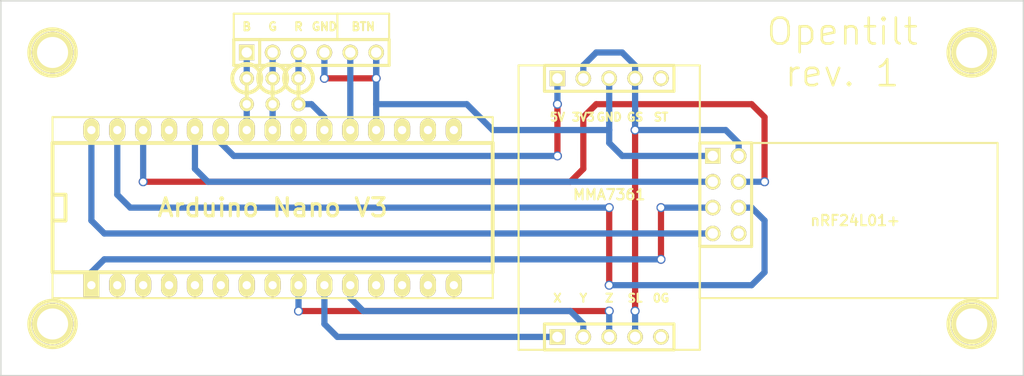
<source format=kicad_pcb>
(kicad_pcb (version 3) (host pcbnew "(2013-jul-07)-stable")

  (general
    (links 24)
    (no_connects 1)
    (area 41.834999 41.834999 142.315001 78.815001)
    (thickness 1.6)
    (drawings 41)
    (tracks 91)
    (zones 0)
    (modules 12)
    (nets 19)
  )

  (page A3)
  (title_block 
    (title OpenTilt)
    (rev 1)
  )

  (layers
    (15 F.Cu signal)
    (0 B.Cu signal)
    (16 B.Adhes user)
    (17 F.Adhes user)
    (18 B.Paste user)
    (19 F.Paste user)
    (20 B.SilkS user)
    (21 F.SilkS user)
    (22 B.Mask user)
    (23 F.Mask user)
    (24 Dwgs.User user)
    (25 Cmts.User user)
    (26 Eco1.User user)
    (27 Eco2.User user)
    (28 Edge.Cuts user)
  )

  (setup
    (last_trace_width 0.6096)
    (trace_clearance 0.254)
    (zone_clearance 0.508)
    (zone_45_only no)
    (trace_min 0.6096)
    (segment_width 0.2)
    (edge_width 0.15)
    (via_size 0.889)
    (via_drill 0.635)
    (via_min_size 0.889)
    (via_min_drill 0.508)
    (uvia_size 0.508)
    (uvia_drill 0.127)
    (uvias_allowed no)
    (uvia_min_size 0.508)
    (uvia_min_drill 0.127)
    (pcb_text_width 0.2)
    (pcb_text_size 1 1)
    (mod_edge_width 0.15)
    (mod_text_size 1 1)
    (mod_text_width 0.15)
    (pad_size 4.064 4.064)
    (pad_drill 3.048)
    (pad_to_mask_clearance 0)
    (aux_axis_origin 0 0)
    (visible_elements FFFFFBBF)
    (pcbplotparams
      (layerselection 283148289)
      (usegerberextensions true)
      (excludeedgelayer false)
      (linewidth 0.150000)
      (plotframeref false)
      (viasonmask false)
      (mode 1)
      (useauxorigin false)
      (hpglpennumber 1)
      (hpglpenspeed 20)
      (hpglpendiameter 15)
      (hpglpenoverlay 2)
      (psnegative false)
      (psa4output false)
      (plotreference true)
      (plotvalue true)
      (plotothertext true)
      (plotinvisibletext false)
      (padsonsilk false)
      (subtractmaskfromsilk false)
      (outputformat 1)
      (mirror false)
      (drillshape 0)
      (scaleselection 1)
      (outputdirectory testje))
  )

  (net 0 "")
  (net 1 GND)
  (net 2 N-000001)
  (net 3 N-0000013)
  (net 4 N-0000014)
  (net 5 N-0000015)
  (net 6 N-0000016)
  (net 7 N-0000017)
  (net 8 N-0000018)
  (net 9 N-0000019)
  (net 10 N-000002)
  (net 11 N-0000023)
  (net 12 N-000003)
  (net 13 N-000004)
  (net 14 N-000005)
  (net 15 N-000006)
  (net 16 N-000007)
  (net 17 N-000008)
  (net 18 N-000009)

  (net_class Default "This is the default net class."
    (clearance 0.254)
    (trace_width 0.6096)
    (via_dia 0.889)
    (via_drill 0.635)
    (uvia_dia 0.508)
    (uvia_drill 0.127)
    (add_net "")
    (add_net GND)
    (add_net N-000001)
    (add_net N-0000013)
    (add_net N-0000014)
    (add_net N-0000015)
    (add_net N-0000016)
    (add_net N-0000017)
    (add_net N-0000018)
    (add_net N-0000019)
    (add_net N-000002)
    (add_net N-0000023)
    (add_net N-000003)
    (add_net N-000004)
    (add_net N-000005)
    (add_net N-000006)
    (add_net N-000007)
    (add_net N-000008)
    (add_net N-000009)
  )

  (module R1 (layer F.Cu) (tedit 523F6B86) (tstamp 523E42A7)
    (at 66.04 50.8 270)
    (descr "Resistance verticale")
    (tags R)
    (path /523228F2)
    (autoplace_cost90 10)
    (autoplace_cost180 10)
    (fp_text reference B (at 1.27 1.27 360) (layer F.SilkS) hide
      (effects (font (size 1 1) (thickness 0.2)))
    )
    (fp_text value R (at -1.143 2.54 270) (layer F.SilkS) hide
      (effects (font (size 1.397 1.27) (thickness 0.2032)))
    )
    (fp_line (start -1.27 0) (end 1.27 0) (layer F.SilkS) (width 0.381))
    (fp_circle (center -1.27 0) (end -0.635 1.27) (layer F.SilkS) (width 0.381))
    (pad 1 thru_hole circle (at -1.27 0 270) (size 1.397 1.397) (drill 0.8128)
      (layers *.Cu *.Mask F.SilkS)
      (net 5 N-0000015)
    )
    (pad 2 thru_hole circle (at 1.27 0 270) (size 1.397 1.397) (drill 0.8128)
      (layers *.Cu *.Mask F.SilkS)
      (net 7 N-0000017)
    )
    (model discret/verti_resistor.wrl
      (at (xyz 0 0 0))
      (scale (xyz 1 1 1))
      (rotate (xyz 0 0 0))
    )
  )

  (module R1 (layer F.Cu) (tedit 523F6BB6) (tstamp 523E3A88)
    (at 68.58 50.8 270)
    (descr "Resistance verticale")
    (tags R)
    (path /52322904)
    (autoplace_cost90 10)
    (autoplace_cost180 10)
    (fp_text reference G (at 1.27 1.27 360) (layer F.SilkS) hide
      (effects (font (size 1 1) (thickness 0.2)))
    )
    (fp_text value 150 (at -1.143 2.54 270) (layer F.SilkS) hide
      (effects (font (size 1.397 1.27) (thickness 0.2032)))
    )
    (fp_line (start -1.27 0) (end 1.27 0) (layer F.SilkS) (width 0.381))
    (fp_circle (center -1.27 0) (end -0.635 1.27) (layer F.SilkS) (width 0.381))
    (pad 1 thru_hole circle (at -1.27 0 270) (size 1.397 1.397) (drill 0.8128)
      (layers *.Cu *.Mask F.SilkS)
      (net 6 N-0000016)
    )
    (pad 2 thru_hole circle (at 1.27 0 270) (size 1.397 1.397) (drill 0.8128)
      (layers *.Cu *.Mask F.SilkS)
      (net 8 N-0000018)
    )
    (model discret/verti_resistor.wrl
      (at (xyz 0 0 0))
      (scale (xyz 1 1 1))
      (rotate (xyz 0 0 0))
    )
  )

  (module R1 (layer F.Cu) (tedit 523F6B97) (tstamp 523E3A90)
    (at 71.12 50.8 270)
    (descr "Resistance verticale")
    (tags R)
    (path /5232290A)
    (autoplace_cost90 10)
    (autoplace_cost180 10)
    (fp_text reference R (at 1.27 1.27 360) (layer F.SilkS) hide
      (effects (font (size 1 1) (thickness 0.2)))
    )
    (fp_text value R (at -1.143 2.54 270) (layer F.SilkS) hide
      (effects (font (size 1.397 1.27) (thickness 0.2032)))
    )
    (fp_line (start -1.27 0) (end 1.27 0) (layer F.SilkS) (width 0.381))
    (fp_circle (center -1.27 0) (end -0.635 1.27) (layer F.SilkS) (width 0.381))
    (pad 1 thru_hole circle (at -1.27 0 270) (size 1.397 1.397) (drill 0.8128)
      (layers *.Cu *.Mask F.SilkS)
      (net 3 N-0000013)
    )
    (pad 2 thru_hole circle (at 1.27 0 270) (size 1.397 1.397) (drill 0.8128)
      (layers *.Cu *.Mask F.SilkS)
      (net 9 N-0000019)
    )
    (model discret/verti_resistor.wrl
      (at (xyz 0 0 0))
      (scale (xyz 1 1 1))
      (rotate (xyz 0 0 0))
    )
  )

  (module PIN_ARRAY_5x1 (layer F.Cu) (tedit 523F680C) (tstamp 523E3A9D)
    (at 101.6 49.53)
    (descr "Double rangee de contacts 2 x 5 pins")
    (tags CONN)
    (path /5232223B)
    (fp_text reference MMA7361 (at 0 11.43) (layer F.SilkS)
      (effects (font (size 1.016 1.016) (thickness 0.2032)))
    )
    (fp_text value MMA1 (at 0 2.54) (layer F.SilkS) hide
      (effects (font (size 1.016 1.016) (thickness 0.2032)))
    )
    (fp_line (start -6.35 -1.27) (end -6.35 1.27) (layer F.SilkS) (width 0.3048))
    (fp_line (start 6.35 1.27) (end 6.35 -1.27) (layer F.SilkS) (width 0.3048))
    (fp_line (start -6.35 -1.27) (end 6.35 -1.27) (layer F.SilkS) (width 0.3048))
    (fp_line (start 6.35 1.27) (end -6.35 1.27) (layer F.SilkS) (width 0.3048))
    (pad 1 thru_hole rect (at -5.08 0) (size 1.524 1.524) (drill 1.016)
      (layers *.Cu *.Mask F.SilkS)
      (net 4 N-0000014)
    )
    (pad 2 thru_hole circle (at -2.54 0) (size 1.524 1.524) (drill 1.016)
      (layers *.Cu *.Mask F.SilkS)
      (net 11 N-0000023)
    )
    (pad 3 thru_hole circle (at 0 0) (size 1.524 1.524) (drill 1.016)
      (layers *.Cu *.Mask F.SilkS)
      (net 1 GND)
    )
    (pad 4 thru_hole circle (at 2.54 0) (size 1.524 1.524) (drill 1.016)
      (layers *.Cu *.Mask F.SilkS)
      (net 11 N-0000023)
    )
    (pad 5 thru_hole circle (at 5.08 0) (size 1.524 1.524) (drill 1.016)
      (layers *.Cu *.Mask F.SilkS)
    )
    (model pin_array/pins_array_5x1.wrl
      (at (xyz 0 0 0))
      (scale (xyz 1 1 1))
      (rotate (xyz 0 0 0))
    )
  )

  (module PIN_ARRAY_5x1 (layer F.Cu) (tedit 523E433C) (tstamp 523E3AAA)
    (at 101.6 74.93)
    (descr "Double rangee de contacts 2 x 5 pins")
    (tags CONN)
    (path /5232224A)
    (fp_text reference P2 (at 0 -2.54) (layer F.SilkS) hide
      (effects (font (size 1.016 1.016) (thickness 0.2032)))
    )
    (fp_text value MMA2 (at 0 2.54) (layer F.SilkS) hide
      (effects (font (size 1.016 1.016) (thickness 0.2032)))
    )
    (fp_line (start -6.35 -1.27) (end -6.35 1.27) (layer F.SilkS) (width 0.3048))
    (fp_line (start 6.35 1.27) (end 6.35 -1.27) (layer F.SilkS) (width 0.3048))
    (fp_line (start -6.35 -1.27) (end 6.35 -1.27) (layer F.SilkS) (width 0.3048))
    (fp_line (start 6.35 1.27) (end -6.35 1.27) (layer F.SilkS) (width 0.3048))
    (pad 1 thru_hole rect (at -5.08 0) (size 1.524 1.524) (drill 1.016)
      (layers *.Cu *.Mask F.SilkS)
      (net 17 N-000008)
    )
    (pad 2 thru_hole circle (at -2.54 0) (size 1.524 1.524) (drill 1.016)
      (layers *.Cu *.Mask F.SilkS)
      (net 15 N-000006)
    )
    (pad 3 thru_hole circle (at 0 0) (size 1.524 1.524) (drill 1.016)
      (layers *.Cu *.Mask F.SilkS)
      (net 16 N-000007)
    )
    (pad 4 thru_hole circle (at 2.54 0) (size 1.524 1.524) (drill 1.016)
      (layers *.Cu *.Mask F.SilkS)
      (net 11 N-0000023)
    )
    (pad 5 thru_hole circle (at 5.08 0) (size 1.524 1.524) (drill 1.016)
      (layers *.Cu *.Mask F.SilkS)
    )
    (model pin_array/pins_array_5x1.wrl
      (at (xyz 0 0 0))
      (scale (xyz 1 1 1))
      (rotate (xyz 0 0 0))
    )
  )

  (module pin_array_4x2 (layer F.Cu) (tedit 523F6BCA) (tstamp 523E3ABA)
    (at 113.03 60.96 270)
    (descr "Double rangee de contacts 2 x 4 pins")
    (tags CONN)
    (path /52322259)
    (fp_text reference nRF24L01+ (at 2.54 -12.7 360) (layer F.SilkS)
      (effects (font (size 1.016 1.016) (thickness 0.2032)))
    )
    (fp_text value CONN_4X2 (at 0 3.81 270) (layer F.SilkS) hide
      (effects (font (size 1.016 1.016) (thickness 0.2032)))
    )
    (fp_line (start -5.08 -2.54) (end 5.08 -2.54) (layer F.SilkS) (width 0.3048))
    (fp_line (start 5.08 -2.54) (end 5.08 2.54) (layer F.SilkS) (width 0.3048))
    (fp_line (start 5.08 2.54) (end -5.08 2.54) (layer F.SilkS) (width 0.3048))
    (fp_line (start -5.08 2.54) (end -5.08 -2.54) (layer F.SilkS) (width 0.3048))
    (pad 1 thru_hole rect (at -3.81 1.27 270) (size 1.524 1.524) (drill 1.016)
      (layers *.Cu *.Mask F.SilkS)
      (net 1 GND)
    )
    (pad 2 thru_hole circle (at -3.81 -1.27 270) (size 1.524 1.524) (drill 1.016)
      (layers *.Cu *.Mask F.SilkS)
      (net 11 N-0000023)
    )
    (pad 3 thru_hole circle (at -1.27 1.27 270) (size 1.524 1.524) (drill 1.016)
      (layers *.Cu *.Mask F.SilkS)
      (net 2 N-000001)
    )
    (pad 4 thru_hole circle (at -1.27 -1.27 270) (size 1.524 1.524) (drill 1.016)
      (layers *.Cu *.Mask F.SilkS)
      (net 10 N-000002)
    )
    (pad 5 thru_hole circle (at 1.27 1.27 270) (size 1.524 1.524) (drill 1.016)
      (layers *.Cu *.Mask F.SilkS)
      (net 12 N-000003)
    )
    (pad 6 thru_hole circle (at 1.27 -1.27 270) (size 1.524 1.524) (drill 1.016)
      (layers *.Cu *.Mask F.SilkS)
      (net 13 N-000004)
    )
    (pad 7 thru_hole circle (at 3.81 1.27 270) (size 1.524 1.524) (drill 1.016)
      (layers *.Cu *.Mask F.SilkS)
      (net 14 N-000005)
    )
    (pad 8 thru_hole circle (at 3.81 -1.27 270) (size 1.524 1.524) (drill 1.016)
      (layers *.Cu *.Mask F.SilkS)
    )
    (model pin_array/pins_array_4x2.wrl
      (at (xyz 0 0 0))
      (scale (xyz 1 1 1))
      (rotate (xyz 0 0 0))
    )
  )

  (module PIN_ARRAY-6X1 (layer F.Cu) (tedit 523E42BC) (tstamp 523E3AC9)
    (at 72.39 46.99)
    (descr "Connecteur 6 pins")
    (tags "CONN DEV")
    (path /5232286D)
    (fp_text reference P3 (at 0 -2.159) (layer F.SilkS) hide
      (effects (font (size 1.016 1.016) (thickness 0.2032)))
    )
    (fp_text value CONN_6 (at 0 2.159) (layer F.SilkS) hide
      (effects (font (size 1.016 0.889) (thickness 0.2032)))
    )
    (fp_line (start -7.62 1.27) (end -7.62 -1.27) (layer F.SilkS) (width 0.3048))
    (fp_line (start -7.62 -1.27) (end 7.62 -1.27) (layer F.SilkS) (width 0.3048))
    (fp_line (start 7.62 -1.27) (end 7.62 1.27) (layer F.SilkS) (width 0.3048))
    (fp_line (start 7.62 1.27) (end -7.62 1.27) (layer F.SilkS) (width 0.3048))
    (fp_line (start -5.08 1.27) (end -5.08 -1.27) (layer F.SilkS) (width 0.3048))
    (pad 1 thru_hole rect (at -6.35 0) (size 1.524 1.524) (drill 1.016)
      (layers *.Cu *.Mask F.SilkS)
      (net 5 N-0000015)
    )
    (pad 2 thru_hole circle (at -3.81 0) (size 1.524 1.524) (drill 1.016)
      (layers *.Cu *.Mask F.SilkS)
      (net 6 N-0000016)
    )
    (pad 3 thru_hole circle (at -1.27 0) (size 1.524 1.524) (drill 1.016)
      (layers *.Cu *.Mask F.SilkS)
      (net 3 N-0000013)
    )
    (pad 4 thru_hole circle (at 1.27 0) (size 1.524 1.524) (drill 1.016)
      (layers *.Cu *.Mask F.SilkS)
      (net 1 GND)
    )
    (pad 5 thru_hole circle (at 3.81 0) (size 1.524 1.524) (drill 1.016)
      (layers *.Cu *.Mask F.SilkS)
      (net 18 N-000009)
    )
    (pad 6 thru_hole circle (at 6.35 0) (size 1.524 1.524) (drill 1.016)
      (layers *.Cu *.Mask F.SilkS)
      (net 1 GND)
    )
    (model pin_array/pins_array_6x1.wrl
      (at (xyz 0 0 0))
      (scale (xyz 1 1 1))
      (rotate (xyz 0 0 0))
    )
  )

  (module arduino_mini (layer F.Cu) (tedit 523F6BDF) (tstamp 523E3AF2)
    (at 69.85 62.23)
    (descr "30 pins DIL package, elliptical pads, width 600mil (arduino mini)")
    (tags "DIL arduino mini")
    (path /523221F1)
    (fp_text reference "" (at -13.97 -3.81) (layer F.SilkS)
      (effects (font (size 1.778 1.778) (thickness 0.3048)))
    )
    (fp_text value "Arduino Nano V3" (at -1.27 0) (layer F.SilkS)
      (effects (font (size 1.778 1.778) (thickness 0.3048)))
    )
    (fp_line (start -22.86 -6.35) (end 20.32 -6.35) (layer F.SilkS) (width 0.381))
    (fp_line (start 20.32 -6.35) (end 20.32 6.35) (layer F.SilkS) (width 0.381))
    (fp_line (start 20.32 6.35) (end -22.86 6.35) (layer F.SilkS) (width 0.381))
    (fp_line (start -22.86 6.35) (end -22.86 -6.35) (layer F.SilkS) (width 0.381))
    (fp_line (start -22.86 1.27) (end -21.59 1.27) (layer F.SilkS) (width 0.381))
    (fp_line (start -21.59 1.27) (end -21.59 -1.27) (layer F.SilkS) (width 0.381))
    (fp_line (start -21.59 -1.27) (end -22.86 -1.27) (layer F.SilkS) (width 0.381))
    (pad 1 thru_hole rect (at -19.05 7.62) (size 1.5748 2.286) (drill 0.8128)
      (layers *.Cu *.Mask F.SilkS)
      (net 12 N-000003)
    )
    (pad 2 thru_hole oval (at -16.51 7.62) (size 1.5748 2.286) (drill 0.8128)
      (layers *.Cu *.Mask F.SilkS)
    )
    (pad 3 thru_hole oval (at -13.97 7.62) (size 1.5748 2.286) (drill 0.8128)
      (layers *.Cu *.Mask F.SilkS)
    )
    (pad 4 thru_hole oval (at -11.43 7.62) (size 1.5748 2.286) (drill 0.8128)
      (layers *.Cu *.Mask F.SilkS)
    )
    (pad 5 thru_hole oval (at -8.89 7.62) (size 1.5748 2.286) (drill 0.8128)
      (layers *.Cu *.Mask F.SilkS)
    )
    (pad 6 thru_hole oval (at -6.35 7.62) (size 1.5748 2.286) (drill 0.8128)
      (layers *.Cu *.Mask F.SilkS)
    )
    (pad 7 thru_hole oval (at -3.81 7.62) (size 1.5748 2.286) (drill 0.8128)
      (layers *.Cu *.Mask F.SilkS)
    )
    (pad 8 thru_hole oval (at -1.27 7.62) (size 1.5748 2.286) (drill 0.8128)
      (layers *.Cu *.Mask F.SilkS)
    )
    (pad 9 thru_hole oval (at 1.27 7.62) (size 1.5748 2.286) (drill 0.8128)
      (layers *.Cu *.Mask F.SilkS)
      (net 16 N-000007)
    )
    (pad 10 thru_hole oval (at 3.81 7.62) (size 1.5748 2.286) (drill 0.8128)
      (layers *.Cu *.Mask F.SilkS)
      (net 17 N-000008)
    )
    (pad 11 thru_hole oval (at 6.35 7.62) (size 1.5748 2.286) (drill 0.8128)
      (layers *.Cu *.Mask F.SilkS)
      (net 15 N-000006)
    )
    (pad 12 thru_hole oval (at 8.89 7.62) (size 1.5748 2.286) (drill 0.8128)
      (layers *.Cu *.Mask F.SilkS)
    )
    (pad 13 thru_hole oval (at 11.43 7.62) (size 1.5748 2.286) (drill 0.8128)
      (layers *.Cu *.Mask F.SilkS)
    )
    (pad 14 thru_hole oval (at 13.97 7.62) (size 1.5748 2.286) (drill 0.8128)
      (layers *.Cu *.Mask F.SilkS)
      (net 1 GND)
    )
    (pad 15 thru_hole oval (at 16.51 7.62) (size 1.5748 2.286) (drill 0.8128)
      (layers *.Cu *.Mask F.SilkS)
    )
    (pad 16 thru_hole oval (at 16.51 -7.62) (size 1.5748 2.286) (drill 0.8128)
      (layers *.Cu *.Mask F.SilkS)
    )
    (pad 17 thru_hole oval (at 13.97 -7.62) (size 1.5748 2.286) (drill 0.8128)
      (layers *.Cu *.Mask F.SilkS)
    )
    (pad 18 thru_hole oval (at 11.43 -7.62) (size 1.5748 2.286) (drill 0.8128)
      (layers *.Cu *.Mask F.SilkS)
    )
    (pad 19 thru_hole oval (at 8.89 -7.62) (size 1.5748 2.286) (drill 0.8128)
      (layers *.Cu *.Mask F.SilkS)
      (net 1 GND)
    )
    (pad 20 thru_hole oval (at 6.35 -7.62) (size 1.5748 2.286) (drill 0.8128)
      (layers *.Cu *.Mask F.SilkS)
      (net 18 N-000009)
    )
    (pad 21 thru_hole oval (at 3.81 -7.62) (size 1.5748 2.286) (drill 0.8128)
      (layers *.Cu *.Mask F.SilkS)
      (net 9 N-0000019)
    )
    (pad 22 thru_hole oval (at 1.27 -7.62) (size 1.5748 2.286) (drill 0.8128)
      (layers *.Cu *.Mask F.SilkS)
    )
    (pad 23 thru_hole oval (at -1.27 -7.62) (size 1.5748 2.286) (drill 0.8128)
      (layers *.Cu *.Mask F.SilkS)
      (net 8 N-0000018)
    )
    (pad 24 thru_hole oval (at -3.81 -7.62) (size 1.5748 2.286) (drill 0.8128)
      (layers *.Cu *.Mask F.SilkS)
      (net 7 N-0000017)
    )
    (pad 25 thru_hole oval (at -6.35 -7.62) (size 1.5748 2.286) (drill 0.8128)
      (layers *.Cu *.Mask F.SilkS)
      (net 4 N-0000014)
    )
    (pad 26 thru_hole oval (at -8.89 -7.62) (size 1.5748 2.286) (drill 0.8128)
      (layers *.Cu *.Mask F.SilkS)
      (net 2 N-000001)
    )
    (pad 27 thru_hole oval (at -11.43 -7.62) (size 1.5748 2.286) (drill 0.8128)
      (layers *.Cu *.Mask F.SilkS)
    )
    (pad 28 thru_hole oval (at -13.97 -7.62) (size 1.5748 2.286) (drill 0.8128)
      (layers *.Cu *.Mask F.SilkS)
      (net 10 N-000002)
    )
    (pad 29 thru_hole oval (at -16.51 -7.62) (size 1.5748 2.286) (drill 0.8128)
      (layers *.Cu *.Mask F.SilkS)
      (net 13 N-000004)
    )
    (pad 30 thru_hole oval (at -19.05 -7.62) (size 1.5748 2.286) (drill 0.8128)
      (layers *.Cu *.Mask F.SilkS)
      (net 14 N-000005)
    )
  )

  (module 1pin (layer F.Cu) (tedit 523F6581) (tstamp 523F8956)
    (at 137.16 73.66)
    (descr "module 1 pin (ou trou mecanique de percage)")
    (tags DEV)
    (path 1pin)
    (fp_text reference 1PIN (at 0 -3.048) (layer F.SilkS) hide
      (effects (font (size 1.016 1.016) (thickness 0.254)))
    )
    (fp_text value P*** (at 0 2.794) (layer F.SilkS) hide
      (effects (font (size 1.016 1.016) (thickness 0.254)))
    )
    (fp_circle (center 0 0) (end 0 -2.286) (layer F.SilkS) (width 0.381))
    (pad 1 thru_hole circle (at 0 0) (size 4.064 4.064) (drill 3.048)
      (layers *.Cu *.Mask F.SilkS)
    )
  )

  (module 1pin (layer F.Cu) (tedit 523F6572) (tstamp 523F8961)
    (at 46.99 46.99)
    (descr "module 1 pin (ou trou mecanique de percage)")
    (tags DEV)
    (path 1pin)
    (fp_text reference 1PIN (at 0 -3.048) (layer F.SilkS) hide
      (effects (font (size 1.016 1.016) (thickness 0.254)))
    )
    (fp_text value P*** (at 0 2.794) (layer F.SilkS) hide
      (effects (font (size 1.016 1.016) (thickness 0.254)))
    )
    (fp_circle (center 0 0) (end 0 -2.286) (layer F.SilkS) (width 0.381))
    (pad 1 thru_hole circle (at 0 0) (size 4.064 4.064) (drill 3.048)
      (layers *.Cu *.Mask F.SilkS)
    )
  )

  (module 1pin (layer F.Cu) (tedit 523F657C) (tstamp 523F896C)
    (at 46.99 73.66)
    (descr "module 1 pin (ou trou mecanique de percage)")
    (tags DEV)
    (path 1pin)
    (fp_text reference 1PIN (at 0 -3.048) (layer F.SilkS) hide
      (effects (font (size 1.016 1.016) (thickness 0.254)))
    )
    (fp_text value P*** (at 0 2.794) (layer F.SilkS) hide
      (effects (font (size 1.016 1.016) (thickness 0.254)))
    )
    (fp_circle (center 0 0) (end 0 -2.286) (layer F.SilkS) (width 0.381))
    (pad 1 thru_hole circle (at 0 0) (size 4.064 4.064) (drill 3.048)
      (layers *.Cu *.Mask F.SilkS)
    )
  )

  (module 1pin (layer F.Cu) (tedit 52429489) (tstamp 52429466)
    (at 137.16 46.99)
    (descr "module 1 pin (ou trou mecanique de percage)")
    (tags DEV)
    (path 1pin)
    (fp_text reference 1PIN (at 0 -3.048) (layer F.SilkS) hide
      (effects (font (size 1.016 1.016) (thickness 0.254)))
    )
    (fp_text value P*** (at 0 2.794) (layer F.SilkS) hide
      (effects (font (size 1.016 1.016) (thickness 0.254)))
    )
    (fp_circle (center 0 0) (end 0 -2.286) (layer F.SilkS) (width 0.381))
    (pad 1 thru_hole circle (at 0 0) (size 4.064 4.064) (drill 3.048)
      (layers *.Cu *.Mask F.SilkS)
    )
  )

  (gr_line (start 46.99 53.34) (end 46.99 71.12) (angle 90) (layer F.SilkS) (width 0.2))
  (gr_line (start 90.17 53.34) (end 46.99 53.34) (angle 90) (layer F.SilkS) (width 0.2))
  (gr_line (start 90.17 71.12) (end 90.17 53.34) (angle 90) (layer F.SilkS) (width 0.2))
  (gr_line (start 46.99 71.12) (end 90.17 71.12) (angle 90) (layer F.SilkS) (width 0.2))
  (gr_text GND (at 73.66 44.45) (layer F.SilkS)
    (effects (font (size 0.8 0.8) (thickness 0.2)))
  )
  (gr_text R (at 71.12 44.45) (layer F.SilkS)
    (effects (font (size 0.8 0.8) (thickness 0.2)))
  )
  (gr_text G (at 68.58 44.45) (layer F.SilkS)
    (effects (font (size 0.8 0.8) (thickness 0.2)))
  )
  (gr_text B (at 66.04 44.45) (layer F.SilkS)
    (effects (font (size 0.8 0.8) (thickness 0.2)))
  )
  (gr_text BTN (at 77.47 44.45) (layer F.SilkS)
    (effects (font (size 0.8 0.8) (thickness 0.2)))
  )
  (gr_text 0G (at 106.68 71.12) (layer F.SilkS)
    (effects (font (size 0.8 0.8) (thickness 0.2)))
  )
  (gr_text SL (at 104.14 71.12) (layer F.SilkS)
    (effects (font (size 0.8 0.8) (thickness 0.2)))
  )
  (gr_text Z (at 101.6 71.12) (layer F.SilkS)
    (effects (font (size 0.8 0.8) (thickness 0.2)))
  )
  (gr_text Y (at 99.06 71.12) (layer F.SilkS)
    (effects (font (size 0.8 0.8) (thickness 0.2)))
  )
  (gr_text X (at 96.52 71.12) (layer F.SilkS)
    (effects (font (size 0.8 0.8) (thickness 0.2)))
  )
  (gr_text ST (at 106.68 53.34) (layer F.SilkS)
    (effects (font (size 0.8 0.8) (thickness 0.2)))
  )
  (gr_text GS (at 104.14 53.34) (layer F.SilkS)
    (effects (font (size 0.8 0.8) (thickness 0.2)))
  )
  (gr_text GND (at 101.6 53.34) (layer F.SilkS)
    (effects (font (size 0.8 0.8) (thickness 0.2)))
  )
  (gr_text 3V3 (at 99.06 53.34) (layer F.SilkS)
    (effects (font (size 0.8 0.8) (thickness 0.2)))
  )
  (gr_text 5V (at 96.52 53.34) (layer F.SilkS)
    (effects (font (size 0.8 0.8) (thickness 0.2)))
  )
  (gr_line (start 64.77 43.18) (end 64.77 45.72) (angle 90) (layer F.SilkS) (width 0.2))
  (gr_line (start 74.93 43.18) (end 64.77 43.18) (angle 90) (layer F.SilkS) (width 0.2))
  (gr_line (start 80.01 43.18) (end 80.01 45.72) (angle 90) (layer F.SilkS) (width 0.2))
  (gr_line (start 74.93 43.18) (end 80.01 43.18) (angle 90) (layer F.SilkS) (width 0.2))
  (gr_line (start 74.93 45.72) (end 74.93 43.18) (angle 90) (layer F.SilkS) (width 0.2))
  (gr_line (start 142.24 41.91) (end 132.08 41.91) (angle 90) (layer Edge.Cuts) (width 0.15))
  (gr_line (start 132.08 78.74) (end 142.24 78.74) (angle 90) (layer Edge.Cuts) (width 0.15))
  (gr_line (start 110.49 55.88) (end 110.49 71.12) (angle 90) (layer F.SilkS) (width 0.2))
  (gr_line (start 139.7 55.88) (end 110.49 55.88) (angle 90) (layer F.SilkS) (width 0.2))
  (gr_line (start 139.7 71.12) (end 139.7 55.88) (angle 90) (layer F.SilkS) (width 0.2))
  (gr_line (start 110.49 71.12) (end 139.7 71.12) (angle 90) (layer F.SilkS) (width 0.2))
  (gr_line (start 110.49 55.88) (end 110.49 71.12) (angle 90) (layer F.SilkS) (width 0.2))
  (gr_line (start 92.71 76.2) (end 92.71 48.26) (angle 90) (layer F.SilkS) (width 0.2))
  (gr_line (start 110.49 76.2) (end 92.71 76.2) (angle 90) (layer F.SilkS) (width 0.2))
  (gr_line (start 110.49 48.26) (end 110.49 76.2) (angle 90) (layer F.SilkS) (width 0.2))
  (gr_line (start 92.71 48.26) (end 110.49 48.26) (angle 90) (layer F.SilkS) (width 0.2))
  (gr_line (start 41.91 41.91) (end 132.08 41.91) (angle 90) (layer Edge.Cuts) (width 0.15))
  (gr_line (start 41.91 43.18) (end 41.91 41.91) (angle 90) (layer Edge.Cuts) (width 0.15))
  (gr_line (start 41.91 78.74) (end 41.91 43.18) (angle 90) (layer Edge.Cuts) (width 0.15))
  (gr_line (start 132.08 78.74) (end 41.91 78.74) (angle 90) (layer Edge.Cuts) (width 0.15))
  (gr_line (start 142.24 41.91) (end 142.24 78.74) (angle 90) (layer Edge.Cuts) (width 0.15))
  (gr_text "Opentilt\nrev. 1" (at 124.46 46.99) (layer F.SilkS)
    (effects (font (size 2.54 2.54) (thickness 0.254)))
  )

  (segment (start 102.87 57.15) (end 111.76 57.15) (width 0.6096) (layer B.Cu) (net 1) (tstamp 523E3F3D) (status 20))
  (segment (start 101.6 55.88) (end 102.87 57.15) (width 0.6096) (layer B.Cu) (net 1) (tstamp 523E3F3C))
  (segment (start 101.6 54.61) (end 101.6 55.88) (width 0.6096) (layer B.Cu) (net 1))
  (segment (start 101.6 54.61) (end 101.6 49.53) (width 0.6096) (layer B.Cu) (net 1) (tstamp 523E3EB1) (status 20))
  (segment (start 78.74 52.07) (end 87.63 52.07) (width 0.6096) (layer B.Cu) (net 1))
  (segment (start 90.17 54.61) (end 101.6 54.61) (width 0.6096) (layer B.Cu) (net 1) (tstamp 523E3EAE))
  (segment (start 87.63 52.07) (end 90.17 54.61) (width 0.6096) (layer B.Cu) (net 1) (tstamp 523E3EAB))
  (segment (start 73.66 46.99) (end 73.66 49.53) (width 0.6096) (layer B.Cu) (net 1) (status 10))
  (segment (start 78.74 49.53) (end 78.74 46.99) (width 0.6096) (layer B.Cu) (net 1) (tstamp 523E3E1F) (status 20))
  (via (at 78.74 49.53) (size 0.889) (layers F.Cu B.Cu) (net 1))
  (segment (start 73.66 49.53) (end 78.74 49.53) (width 0.6096) (layer F.Cu) (net 1) (tstamp 523E3E1C))
  (via (at 73.66 49.53) (size 0.889) (layers F.Cu B.Cu) (net 1))
  (segment (start 78.74 46.99) (end 78.74 52.07) (width 0.6096) (layer B.Cu) (net 1) (status 10))
  (segment (start 78.74 52.07) (end 78.74 54.61) (width 0.6096) (layer B.Cu) (net 1) (tstamp 523E3EA9) (status 20))
  (segment (start 60.96 54.61) (end 60.96 58.42) (width 0.6096) (layer B.Cu) (net 2) (status 10))
  (segment (start 62.23 59.69) (end 111.76 59.69) (width 0.6096) (layer B.Cu) (net 2) (tstamp 523E4145) (status 20))
  (segment (start 60.96 58.42) (end 62.23 59.69) (width 0.6096) (layer B.Cu) (net 2) (tstamp 523E413F))
  (segment (start 71.12 49.53) (end 71.12 46.99) (width 0.6096) (layer B.Cu) (net 3) (status 30))
  (segment (start 63.5 54.61) (end 63.5 55.88) (width 0.6096) (layer B.Cu) (net 4) (status 10))
  (segment (start 96.52 52.07) (end 96.52 49.53) (width 0.6096) (layer B.Cu) (net 4) (tstamp 523E416B) (status 20))
  (via (at 96.52 52.07) (size 0.889) (layers F.Cu B.Cu) (net 4))
  (segment (start 96.52 57.15) (end 96.52 52.07) (width 0.6096) (layer F.Cu) (net 4) (tstamp 523E4168))
  (via (at 96.52 57.15) (size 0.889) (layers F.Cu B.Cu) (net 4))
  (segment (start 64.77 57.15) (end 96.52 57.15) (width 0.6096) (layer B.Cu) (net 4) (tstamp 523E415F))
  (segment (start 63.5 55.88) (end 64.77 57.15) (width 0.6096) (layer B.Cu) (net 4) (tstamp 523E415E))
  (segment (start 66.04 49.53) (end 66.04 46.99) (width 0.6096) (layer B.Cu) (net 5) (status 30))
  (segment (start 68.58 46.99) (end 68.58 49.53) (width 0.6096) (layer B.Cu) (net 6) (status 30))
  (segment (start 66.04 52.07) (end 66.04 54.61) (width 0.6096) (layer B.Cu) (net 7) (status 30))
  (segment (start 68.58 52.07) (end 68.58 54.61) (width 0.6096) (layer B.Cu) (net 8) (status 30))
  (segment (start 71.12 52.07) (end 72.39 52.07) (width 0.6096) (layer B.Cu) (net 9) (status 10))
  (segment (start 73.66 53.34) (end 73.66 54.61) (width 0.6096) (layer B.Cu) (net 9) (tstamp 523E3DC4) (status 20))
  (segment (start 72.39 52.07) (end 73.66 53.34) (width 0.6096) (layer B.Cu) (net 9) (tstamp 523E3DC3))
  (segment (start 55.88 59.69) (end 97.79 59.69) (width 0.6096) (layer F.Cu) (net 10))
  (segment (start 97.79 59.69) (end 99.06 58.42) (width 0.6096) (layer F.Cu) (net 10) (tstamp 523E40A1))
  (segment (start 99.06 58.42) (end 99.06 53.34) (width 0.6096) (layer F.Cu) (net 10) (tstamp 523E40A3))
  (segment (start 99.06 53.34) (end 100.33 52.07) (width 0.6096) (layer F.Cu) (net 10) (tstamp 523E40A4))
  (segment (start 100.33 52.07) (end 115.57 52.07) (width 0.6096) (layer F.Cu) (net 10) (tstamp 523E40A7))
  (segment (start 115.57 52.07) (end 116.84 53.34) (width 0.6096) (layer F.Cu) (net 10) (tstamp 523E40AF))
  (segment (start 116.84 53.34) (end 116.84 59.69) (width 0.6096) (layer F.Cu) (net 10) (tstamp 523E40B4))
  (via (at 116.84 59.69) (size 0.889) (layers F.Cu B.Cu) (net 10))
  (segment (start 116.84 59.69) (end 114.3 59.69) (width 0.6096) (layer B.Cu) (net 10) (tstamp 523E40BD) (status 20))
  (segment (start 55.88 54.61) (end 55.88 59.69) (width 0.6096) (layer B.Cu) (net 10) (status 10))
  (via (at 55.88 59.69) (size 0.889) (layers F.Cu B.Cu) (net 10))
  (segment (start 99.06 49.53) (end 99.06 48.26) (width 0.6096) (layer B.Cu) (net 11) (status 10))
  (segment (start 104.14 48.26) (end 104.14 49.53) (width 0.6096) (layer B.Cu) (net 11) (tstamp 523F8B3B) (status 20))
  (segment (start 102.87 46.99) (end 104.14 48.26) (width 0.6096) (layer B.Cu) (net 11) (tstamp 523F8B3A))
  (segment (start 100.33 46.99) (end 102.87 46.99) (width 0.6096) (layer B.Cu) (net 11) (tstamp 523F8B38))
  (segment (start 99.06 48.26) (end 100.33 46.99) (width 0.6096) (layer B.Cu) (net 11) (tstamp 523F8B36))
  (segment (start 104.14 54.61) (end 113.03 54.61) (width 0.6096) (layer B.Cu) (net 11))
  (segment (start 114.3 55.88) (end 114.3 57.15) (width 0.6096) (layer B.Cu) (net 11) (tstamp 523E3F11) (status 20))
  (segment (start 113.03 54.61) (end 114.3 55.88) (width 0.6096) (layer B.Cu) (net 11) (tstamp 523E3F0F))
  (segment (start 104.14 49.53) (end 104.14 54.61) (width 0.6096) (layer B.Cu) (net 11) (status 10))
  (segment (start 104.14 72.39) (end 104.14 74.93) (width 0.6096) (layer B.Cu) (net 11) (tstamp 523E3EF3) (status 20))
  (via (at 104.14 72.39) (size 0.889) (layers F.Cu B.Cu) (net 11))
  (segment (start 104.14 54.61) (end 104.14 72.39) (width 0.6096) (layer F.Cu) (net 11) (tstamp 523E3EED))
  (via (at 104.14 54.61) (size 0.889) (layers F.Cu B.Cu) (net 11))
  (segment (start 106.68 62.23) (end 111.76 62.23) (width 0.6096) (layer B.Cu) (net 12) (tstamp 523E3F81) (status 20))
  (via (at 106.68 62.23) (size 0.889) (layers F.Cu B.Cu) (net 12))
  (segment (start 106.68 67.31) (end 106.68 62.23) (width 0.6096) (layer F.Cu) (net 12) (tstamp 523E3F7D))
  (via (at 106.68 67.31) (size 0.889) (layers F.Cu B.Cu) (net 12))
  (segment (start 52.07 67.31) (end 106.68 67.31) (width 0.6096) (layer B.Cu) (net 12) (tstamp 523E3F69))
  (segment (start 50.8 68.58) (end 52.07 67.31) (width 0.6096) (layer B.Cu) (net 12) (tstamp 523E3F67))
  (segment (start 50.8 69.85) (end 50.8 68.58) (width 0.6096) (layer B.Cu) (net 12) (status 10))
  (segment (start 115.57 62.23) (end 114.3 62.23) (width 0.6096) (layer B.Cu) (net 13) (tstamp 523E3FD6) (status 20))
  (segment (start 116.84 63.5) (end 115.57 62.23) (width 0.6096) (layer B.Cu) (net 13) (tstamp 523E3FD4))
  (segment (start 116.84 68.58) (end 116.84 63.5) (width 0.6096) (layer B.Cu) (net 13) (tstamp 523E3FD3))
  (segment (start 115.57 69.85) (end 116.84 68.58) (width 0.6096) (layer B.Cu) (net 13) (tstamp 523E3FCF))
  (segment (start 101.6 69.85) (end 115.57 69.85) (width 0.6096) (layer B.Cu) (net 13) (tstamp 523E3FCE))
  (via (at 101.6 69.85) (size 0.889) (layers F.Cu B.Cu) (net 13))
  (segment (start 101.6 62.23) (end 101.6 69.85) (width 0.6096) (layer F.Cu) (net 13) (tstamp 523E3FCB))
  (via (at 101.6 62.23) (size 0.889) (layers F.Cu B.Cu) (net 13))
  (segment (start 54.61 62.23) (end 101.6 62.23) (width 0.6096) (layer B.Cu) (net 13) (tstamp 523E3FC0))
  (segment (start 53.34 60.96) (end 54.61 62.23) (width 0.6096) (layer B.Cu) (net 13) (tstamp 523E3FBB))
  (segment (start 53.34 54.61) (end 53.34 60.96) (width 0.6096) (layer B.Cu) (net 13) (status 10))
  (segment (start 52.07 64.77) (end 111.76 64.77) (width 0.6096) (layer B.Cu) (net 14) (tstamp 523E3FA7) (status 20))
  (segment (start 50.8 63.5) (end 52.07 64.77) (width 0.6096) (layer B.Cu) (net 14) (tstamp 523E3FA4))
  (segment (start 50.8 54.61) (end 50.8 63.5) (width 0.6096) (layer B.Cu) (net 14) (status 10))
  (segment (start 76.2 69.85) (end 76.2 71.12) (width 0.6096) (layer B.Cu) (net 15) (status 10))
  (segment (start 99.06 73.66) (end 99.06 74.93) (width 0.6096) (layer B.Cu) (net 15) (tstamp 523E418F) (status 20))
  (segment (start 97.79 72.39) (end 99.06 73.66) (width 0.6096) (layer B.Cu) (net 15) (tstamp 523E418D))
  (segment (start 77.47 72.39) (end 97.79 72.39) (width 0.6096) (layer B.Cu) (net 15) (tstamp 523E418C))
  (segment (start 76.2 71.12) (end 77.47 72.39) (width 0.6096) (layer B.Cu) (net 15) (tstamp 523E4188))
  (segment (start 71.12 69.85) (end 71.12 72.39) (width 0.6096) (layer B.Cu) (net 16) (status 10))
  (segment (start 101.6 72.39) (end 101.6 74.93) (width 0.6096) (layer B.Cu) (net 16) (tstamp 523E41B7) (status 20))
  (via (at 101.6 72.39) (size 0.889) (layers F.Cu B.Cu) (net 16))
  (segment (start 71.12 72.39) (end 101.6 72.39) (width 0.6096) (layer F.Cu) (net 16) (tstamp 523E41B4))
  (via (at 71.12 72.39) (size 0.889) (layers F.Cu B.Cu) (net 16))
  (segment (start 73.66 69.85) (end 73.66 73.66) (width 0.6096) (layer B.Cu) (net 17) (status 10))
  (segment (start 74.93 74.93) (end 96.52 74.93) (width 0.6096) (layer B.Cu) (net 17) (tstamp 523E4198) (status 20))
  (segment (start 73.66 73.66) (end 74.93 74.93) (width 0.6096) (layer B.Cu) (net 17) (tstamp 523E4195))
  (segment (start 76.2 54.61) (end 76.2 46.99) (width 0.6096) (layer B.Cu) (net 18) (status 30))

)

</source>
